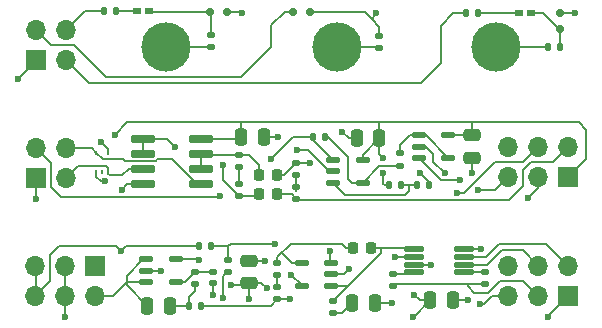
<source format=gbr>
%TF.GenerationSoftware,KiCad,Pcbnew,8.0.5-8.0.5-0~ubuntu22.04.1*%
%TF.CreationDate,2024-10-28T14:20:31+01:00*%
%TF.ProjectId,EMG_amplifier,454d475f-616d-4706-9c69-666965722e6b,rev?*%
%TF.SameCoordinates,Original*%
%TF.FileFunction,Copper,L1,Top*%
%TF.FilePolarity,Positive*%
%FSLAX46Y46*%
G04 Gerber Fmt 4.6, Leading zero omitted, Abs format (unit mm)*
G04 Created by KiCad (PCBNEW 8.0.5-8.0.5-0~ubuntu22.04.1) date 2024-10-28 14:20:31*
%MOMM*%
%LPD*%
G01*
G04 APERTURE LIST*
G04 Aperture macros list*
%AMRoundRect*
0 Rectangle with rounded corners*
0 $1 Rounding radius*
0 $2 $3 $4 $5 $6 $7 $8 $9 X,Y pos of 4 corners*
0 Add a 4 corners polygon primitive as box body*
4,1,4,$2,$3,$4,$5,$6,$7,$8,$9,$2,$3,0*
0 Add four circle primitives for the rounded corners*
1,1,$1+$1,$2,$3*
1,1,$1+$1,$4,$5*
1,1,$1+$1,$6,$7*
1,1,$1+$1,$8,$9*
0 Add four rect primitives between the rounded corners*
20,1,$1+$1,$2,$3,$4,$5,0*
20,1,$1+$1,$4,$5,$6,$7,0*
20,1,$1+$1,$6,$7,$8,$9,0*
20,1,$1+$1,$8,$9,$2,$3,0*%
G04 Aperture macros list end*
%TA.AperFunction,SMDPad,CuDef*%
%ADD10RoundRect,0.147500X-0.457500X-0.147500X0.457500X-0.147500X0.457500X0.147500X-0.457500X0.147500X0*%
%TD*%
%TA.AperFunction,ComponentPad*%
%ADD11R,1.700000X1.700000*%
%TD*%
%TA.AperFunction,ComponentPad*%
%ADD12O,1.700000X1.700000*%
%TD*%
%TA.AperFunction,SMDPad,CuDef*%
%ADD13RoundRect,0.135000X0.185000X-0.135000X0.185000X0.135000X-0.185000X0.135000X-0.185000X-0.135000X0*%
%TD*%
%TA.AperFunction,SMDPad,CuDef*%
%ADD14RoundRect,0.225000X-0.225000X-0.250000X0.225000X-0.250000X0.225000X0.250000X-0.225000X0.250000X0*%
%TD*%
%TA.AperFunction,SMDPad,CuDef*%
%ADD15RoundRect,0.147500X0.457500X0.147500X-0.457500X0.147500X-0.457500X-0.147500X0.457500X-0.147500X0*%
%TD*%
%TA.AperFunction,SMDPad,CuDef*%
%ADD16RoundRect,0.135000X-0.185000X0.135000X-0.185000X-0.135000X0.185000X-0.135000X0.185000X0.135000X0*%
%TD*%
%TA.AperFunction,SMDPad,CuDef*%
%ADD17R,0.204000X0.353200*%
%TD*%
%TA.AperFunction,SMDPad,CuDef*%
%ADD18RoundRect,0.135000X0.135000X0.185000X-0.135000X0.185000X-0.135000X-0.185000X0.135000X-0.185000X0*%
%TD*%
%TA.AperFunction,SMDPad,CuDef*%
%ADD19RoundRect,0.250000X-0.475000X0.250000X-0.475000X-0.250000X0.475000X-0.250000X0.475000X0.250000X0*%
%TD*%
%TA.AperFunction,SMDPad,CuDef*%
%ADD20R,0.711200X0.558800*%
%TD*%
%TA.AperFunction,SMDPad,CuDef*%
%ADD21RoundRect,0.150000X-0.200000X0.150000X-0.200000X-0.150000X0.200000X-0.150000X0.200000X0.150000X0*%
%TD*%
%TA.AperFunction,SMDPad,CuDef*%
%ADD22RoundRect,0.225000X0.225000X0.250000X-0.225000X0.250000X-0.225000X-0.250000X0.225000X-0.250000X0*%
%TD*%
%TA.AperFunction,SMDPad,CuDef*%
%ADD23RoundRect,0.150000X-0.150000X-0.200000X0.150000X-0.200000X0.150000X0.200000X-0.150000X0.200000X0*%
%TD*%
%TA.AperFunction,SMDPad,CuDef*%
%ADD24RoundRect,0.125000X0.687500X0.125000X-0.687500X0.125000X-0.687500X-0.125000X0.687500X-0.125000X0*%
%TD*%
%TA.AperFunction,SMDPad,CuDef*%
%ADD25RoundRect,0.250000X0.250000X0.475000X-0.250000X0.475000X-0.250000X-0.475000X0.250000X-0.475000X0*%
%TD*%
%TA.AperFunction,SMDPad,CuDef*%
%ADD26RoundRect,0.135000X-0.135000X-0.185000X0.135000X-0.185000X0.135000X0.185000X-0.135000X0.185000X0*%
%TD*%
%TA.AperFunction,SMDPad,CuDef*%
%ADD27RoundRect,0.250000X-0.250000X-0.475000X0.250000X-0.475000X0.250000X0.475000X-0.250000X0.475000X0*%
%TD*%
%TA.AperFunction,SMDPad,CuDef*%
%ADD28RoundRect,0.250000X0.475000X-0.250000X0.475000X0.250000X-0.475000X0.250000X-0.475000X-0.250000X0*%
%TD*%
%TA.AperFunction,SMDPad,CuDef*%
%ADD29RoundRect,0.075000X-0.910000X-0.225000X0.910000X-0.225000X0.910000X0.225000X-0.910000X0.225000X0*%
%TD*%
%TA.AperFunction,SMDPad,CuDef*%
%ADD30RoundRect,0.150000X0.150000X0.200000X-0.150000X0.200000X-0.150000X-0.200000X0.150000X-0.200000X0*%
%TD*%
%TA.AperFunction,SMDPad,CuDef*%
%ADD31RoundRect,0.140000X-0.170000X0.140000X-0.170000X-0.140000X0.170000X-0.140000X0.170000X0.140000X0*%
%TD*%
%TA.AperFunction,ViaPad*%
%ADD32C,0.600000*%
%TD*%
%TA.AperFunction,ViaPad*%
%ADD33C,4.170000*%
%TD*%
%TA.AperFunction,Conductor*%
%ADD34C,0.200000*%
%TD*%
G04 APERTURE END LIST*
D10*
%TO.P,U6,1,OUT*%
%TO.N,/Filtering_Board/V_PR*%
X84150200Y-96321800D03*
%TO.P,U6,2,V-*%
%TO.N,GND*%
X84150200Y-97271800D03*
%TO.P,U6,3,IN+*%
%TO.N,Net-(U6-IN+)*%
X84150200Y-98221800D03*
%TO.P,U6,4,IN-*%
%TO.N,Net-(U6-IN-)*%
X86660200Y-98221800D03*
%TO.P,U6,5,V+*%
%TO.N,/Filtering_Board/+V_DD*%
X86660200Y-96321800D03*
%TD*%
%TO.P,U5,1,OUT*%
%TO.N,Net-(U5-IN-)*%
X91404000Y-94223000D03*
%TO.P,U5,2,V-*%
%TO.N,GND*%
X91404000Y-95173000D03*
%TO.P,U5,3,IN+*%
%TO.N,/Filtering_Board/V_CM*%
X91404000Y-96123000D03*
%TO.P,U5,4,IN-*%
%TO.N,Net-(U5-IN-)*%
X93914000Y-96123000D03*
%TO.P,U5,5,V+*%
%TO.N,/Filtering_Board/+V_DD*%
X93914000Y-94223000D03*
%TD*%
D11*
%TO.P,J4,1,Pin_1*%
%TO.N,/Filtering_Board/+V_DD*%
X104058800Y-97748600D03*
D12*
%TO.P,J4,2,Pin_2*%
%TO.N,/Filtering_Board/V_F1*%
X104058800Y-95208600D03*
%TO.P,J4,3,Pin_3*%
%TO.N,/Filtering_Board/V_CM*%
X101518800Y-97748600D03*
%TO.P,J4,4,Pin_4*%
%TO.N,/Filtering_Board/V_F2*%
X101518800Y-95208600D03*
%TO.P,J4,5,Pin_5*%
%TO.N,GND*%
X98978800Y-97748600D03*
%TO.P,J4,6,Pin_6*%
%TO.N,unconnected-(J4-Pin_6-Pad6)*%
X98978800Y-95208600D03*
%TD*%
D13*
%TO.P,R11,1*%
%TO.N,Net-(C4-Pad1)*%
X72517000Y-106785600D03*
%TO.P,R11,2*%
%TO.N,Net-(U1-IN-)*%
X72517000Y-105765600D03*
%TD*%
D11*
%TO.P,J7,1,Pin_1*%
%TO.N,unconnected-(J7-Pin_1-Pad1)*%
X64018200Y-105279000D03*
D12*
%TO.P,J7,2,Pin_2*%
%TO.N,/Processing_Board/V_EMG_OUT*%
X64018200Y-107819000D03*
%TO.P,J7,3,Pin_3*%
%TO.N,GND*%
X61478200Y-105279000D03*
%TO.P,J7,4,Pin_4*%
X61478200Y-107819000D03*
%TO.P,J7,5,Pin_5*%
%TO.N,+1V8*%
X58938200Y-105279000D03*
%TO.P,J7,6,Pin_6*%
X58938200Y-107819000D03*
%TD*%
D13*
%TO.P,R13,1*%
%TO.N,/Processing_Board/V_CM*%
X89255600Y-106959400D03*
%TO.P,R13,2*%
%TO.N,Net-(R13-Pad2)*%
X89255600Y-105939400D03*
%TD*%
D14*
%TO.P,C2,1*%
%TO.N,Net-(U8--INB)*%
X77901800Y-97621000D03*
%TO.P,C2,2*%
%TO.N,/Filtering_Board/V_F2*%
X79451800Y-97621000D03*
%TD*%
D15*
%TO.P,U3,1,OUT*%
%TO.N,Net-(U2-Ref)*%
X84023600Y-106952400D03*
%TO.P,U3,2,V-*%
%TO.N,GND*%
X84023600Y-106002400D03*
%TO.P,U3,3,IN+*%
%TO.N,Net-(U3-IN+)*%
X84023600Y-105052400D03*
%TO.P,U3,4,IN-*%
%TO.N,Net-(U3-IN-)*%
X81513600Y-105052400D03*
%TO.P,U3,5,V+*%
%TO.N,+1V8*%
X81513600Y-106952400D03*
%TD*%
D16*
%TO.P,R20,1*%
%TO.N,Net-(R14-Pad2)*%
X79456200Y-107082400D03*
%TO.P,R20,2*%
%TO.N,/Processing_Board/LPF_400Hz/V_EMG_INA*%
X79456200Y-108102400D03*
%TD*%
D17*
%TO.P,U7,1,VCC*%
%TO.N,/Filtering_Board/+V_DD*%
X64135802Y-97339802D03*
%TO.P,U7,2,NC*%
%TO.N,unconnected-(U7-NC-Pad2)*%
X64635801Y-97339802D03*
%TO.P,U7,3,IO1*%
%TO.N,/Filtering_Board/V_I1*%
X65135800Y-97339802D03*
%TO.P,U7,4,GND*%
%TO.N,GND*%
X65135800Y-95691200D03*
%TO.P,U7,5,IO2*%
%TO.N,/Filtering_Board/V_I2*%
X64135802Y-95691200D03*
%TD*%
D16*
%TO.P,R22,1*%
%TO.N,Net-(U3-IN+)*%
X75260200Y-104749600D03*
%TO.P,R22,2*%
%TO.N,GND*%
X75260200Y-105769600D03*
%TD*%
D18*
%TO.P,R4,1*%
%TO.N,Net-(L2-Pad1)*%
X65790000Y-83693000D03*
%TO.P,R4,2*%
%TO.N,/Electrode_Board/V_I2*%
X64770000Y-83693000D03*
%TD*%
D13*
%TO.P,R9,1*%
%TO.N,Net-(R6-Pad2)*%
X81040700Y-97601500D03*
%TO.P,R9,2*%
%TO.N,/Filtering_Board/V_F2*%
X81040700Y-96581500D03*
%TD*%
D18*
%TO.P,R3,1*%
%TO.N,Net-(L1-Pad2)*%
X96447800Y-83896200D03*
%TO.P,R3,2*%
%TO.N,/Electrode_Board/V_I1*%
X95427800Y-83896200D03*
%TD*%
%TO.P,R16,1*%
%TO.N,Net-(U6-IN-)*%
X83489800Y-94335600D03*
%TO.P,R16,2*%
%TO.N,/Filtering_Board/V_PR*%
X82469800Y-94335600D03*
%TD*%
D19*
%TO.P,C8,1*%
%TO.N,/Filtering_Board/+V_DD*%
X95961200Y-94208600D03*
%TO.P,C8,2*%
%TO.N,GND*%
X95961200Y-96108600D03*
%TD*%
D20*
%TO.P,L1,1,1*%
%TO.N,Net-(D1-K)*%
X100965000Y-83870800D03*
%TO.P,L1,2,2*%
%TO.N,Net-(L1-Pad2)*%
X99923600Y-83870800D03*
%TD*%
D21*
%TO.P,D1,1,K*%
%TO.N,Net-(D1-K)*%
X103403400Y-85242400D03*
%TO.P,D1,2,A*%
%TO.N,GND*%
X103403400Y-83842400D03*
%TD*%
D22*
%TO.P,C5,1*%
%TO.N,Net-(U2-Ref)*%
X87389000Y-103759000D03*
%TO.P,C5,2*%
%TO.N,Net-(U3-IN-)*%
X85839000Y-103759000D03*
%TD*%
D13*
%TO.P,R19,1*%
%TO.N,Net-(C6-Pad1)*%
X84150200Y-109247400D03*
%TO.P,R19,2*%
%TO.N,Net-(U2-Ref)*%
X84150200Y-108227400D03*
%TD*%
D23*
%TO.P,D3,1,K*%
%TO.N,GND*%
X82197400Y-83769200D03*
%TO.P,D3,2,A*%
%TO.N,/Electrode_Board/V_PR*%
X80797400Y-83769200D03*
%TD*%
D24*
%TO.P,U2,1,Rg*%
%TO.N,Net-(R12-Pad2)*%
X95279700Y-105826200D03*
%TO.P,U2,2,-*%
%TO.N,/Processing_Board/V_F2*%
X95279700Y-105176200D03*
%TO.P,U2,3,+*%
%TO.N,/Processing_Board/V_F1*%
X95279700Y-104526200D03*
%TO.P,U2,4,V-*%
%TO.N,GND*%
X95279700Y-103876200D03*
%TO.P,U2,5,Ref*%
%TO.N,Net-(U2-Ref)*%
X91054700Y-103876200D03*
%TO.P,U2,6*%
%TO.N,/Processing_Board/LPF_400Hz/V_EMG_INA*%
X91054700Y-104526200D03*
%TO.P,U2,7,V+*%
%TO.N,+1V8*%
X91054700Y-105176200D03*
%TO.P,U2,8,Rg*%
%TO.N,Net-(R13-Pad2)*%
X91054700Y-105826200D03*
%TD*%
D16*
%TO.P,R15,1*%
%TO.N,Net-(U5-IN-)*%
X89875400Y-95763400D03*
%TO.P,R15,2*%
%TO.N,Net-(U6-IN-)*%
X89875400Y-96783400D03*
%TD*%
D25*
%TO.P,C4,1*%
%TO.N,Net-(C4-Pad1)*%
X70327600Y-108661200D03*
%TO.P,C4,2*%
%TO.N,/Processing_Board/V_EMG_OUT*%
X68427600Y-108661200D03*
%TD*%
D13*
%TO.P,R8,1*%
%TO.N,/Filtering_Board/V_F1*%
X81040700Y-99582700D03*
%TO.P,R8,2*%
%TO.N,Net-(R6-Pad2)*%
X81040700Y-98562700D03*
%TD*%
D26*
%TO.P,R23,1*%
%TO.N,/Filtering_Board/+V_DD*%
X88868600Y-98425000D03*
%TO.P,R23,2*%
%TO.N,Net-(U6-IN+)*%
X89888600Y-98425000D03*
%TD*%
D27*
%TO.P,C10,1*%
%TO.N,+1V8*%
X92384800Y-108204000D03*
%TO.P,C10,2*%
%TO.N,GND*%
X94284800Y-108204000D03*
%TD*%
D28*
%TO.P,C11,1*%
%TO.N,+1V8*%
X77089000Y-106756200D03*
%TO.P,C11,2*%
%TO.N,GND*%
X77089000Y-104856200D03*
%TD*%
D13*
%TO.P,R6,1*%
%TO.N,Net-(U8--INA)*%
X76210200Y-99348800D03*
%TO.P,R6,2*%
%TO.N,Net-(R6-Pad2)*%
X76210200Y-98328800D03*
%TD*%
D26*
%TO.P,R24,1*%
%TO.N,Net-(U6-IN+)*%
X91283600Y-98425000D03*
%TO.P,R24,2*%
%TO.N,GND*%
X92303600Y-98425000D03*
%TD*%
D13*
%TO.P,R2,1*%
%TO.N,input_E2*%
X73812400Y-86766400D03*
%TO.P,R2,2*%
%TO.N,Net-(D2-K)*%
X73812400Y-85746400D03*
%TD*%
D25*
%TO.P,C7,1*%
%TO.N,GND*%
X78292600Y-94344400D03*
%TO.P,C7,2*%
%TO.N,/Filtering_Board/+V_DD*%
X76392600Y-94344400D03*
%TD*%
D29*
%TO.P,U8,1,OUTA*%
%TO.N,Net-(U8--INA)*%
X68069800Y-94548200D03*
%TO.P,U8,2,-INA*%
X68069800Y-95818200D03*
%TO.P,U8,3,+INA*%
%TO.N,/Filtering_Board/V_I1*%
X68069800Y-97088200D03*
%TO.P,U8,4,V-*%
%TO.N,GND*%
X68069800Y-98358200D03*
%TO.P,U8,5,+INB*%
%TO.N,/Filtering_Board/V_I2*%
X73009800Y-98358200D03*
%TO.P,U8,6,-INB*%
%TO.N,Net-(U8--INB)*%
X73009800Y-97088200D03*
%TO.P,U8,7,OUTB*%
X73009800Y-95818200D03*
%TO.P,U8,8,V+*%
%TO.N,/Filtering_Board/+V_DD*%
X73009800Y-94548200D03*
%TD*%
D13*
%TO.P,R5,1*%
%TO.N,input_ER*%
X88087200Y-86817200D03*
%TO.P,R5,2*%
%TO.N,GND*%
X88087200Y-85797200D03*
%TD*%
D30*
%TO.P,D2,1,K*%
%TO.N,Net-(D2-K)*%
X73784000Y-83769200D03*
%TO.P,D2,2,A*%
%TO.N,GND*%
X75184000Y-83769200D03*
%TD*%
D20*
%TO.P,L2,1,1*%
%TO.N,Net-(L2-Pad1)*%
X67538600Y-83693000D03*
%TO.P,L2,2,2*%
%TO.N,Net-(D2-K)*%
X68580000Y-83693000D03*
%TD*%
D10*
%TO.P,U1,1,OUT*%
%TO.N,/Processing_Board/V_EMG_OUT*%
X68351400Y-104729200D03*
%TO.P,U1,2,V-*%
%TO.N,GND*%
X68351400Y-105679200D03*
%TO.P,U1,3,IN+*%
%TO.N,/Processing_Board/V_EMG_OUT*%
X68351400Y-106629200D03*
%TO.P,U1,4,IN-*%
%TO.N,Net-(U1-IN-)*%
X70861400Y-106629200D03*
%TO.P,U1,5,V+*%
%TO.N,+1V8*%
X70861400Y-104729200D03*
%TD*%
D25*
%TO.P,C12,1*%
%TO.N,/Filtering_Board/+V_DD*%
X88097400Y-94488000D03*
%TO.P,C12,2*%
%TO.N,GND*%
X86197400Y-94488000D03*
%TD*%
D31*
%TO.P,C3,1*%
%TO.N,Net-(U1-IN-)*%
X73964800Y-105796200D03*
%TO.P,C3,2*%
%TO.N,GND*%
X73964800Y-106756200D03*
%TD*%
D27*
%TO.P,C6,1*%
%TO.N,Net-(C6-Pad1)*%
X85775800Y-108432600D03*
%TO.P,C6,2*%
%TO.N,GND*%
X87675800Y-108432600D03*
%TD*%
D13*
%TO.P,R12,1*%
%TO.N,/Processing_Board/V_CM*%
X97002600Y-106836400D03*
%TO.P,R12,2*%
%TO.N,Net-(R12-Pad2)*%
X97002600Y-105816400D03*
%TD*%
D26*
%TO.P,R21,1*%
%TO.N,+1V8*%
X72821800Y-103632000D03*
%TO.P,R21,2*%
%TO.N,Net-(U3-IN+)*%
X73841800Y-103632000D03*
%TD*%
D11*
%TO.P,J1,1,Pin_1*%
%TO.N,GND*%
X59029600Y-87833200D03*
D12*
%TO.P,J1,2,Pin_2*%
%TO.N,/Electrode_Board/V_I1*%
X61569600Y-87833200D03*
%TO.P,J1,3,Pin_3*%
%TO.N,/Electrode_Board/V_PR*%
X59029600Y-85293200D03*
%TO.P,J1,4,Pin_4*%
%TO.N,/Electrode_Board/V_I2*%
X61569600Y-85293200D03*
%TD*%
D18*
%TO.P,R10,1*%
%TO.N,/Processing_Board/LPF_400Hz/V_EMG_INA*%
X72948800Y-108661200D03*
%TO.P,R10,2*%
%TO.N,Net-(C4-Pad1)*%
X71928800Y-108661200D03*
%TD*%
D13*
%TO.P,R7,1*%
%TO.N,Net-(R6-Pad2)*%
X76210200Y-96914400D03*
%TO.P,R7,2*%
%TO.N,Net-(U8--INB)*%
X76210200Y-95894400D03*
%TD*%
D16*
%TO.P,R14,1*%
%TO.N,Net-(U3-IN-)*%
X79456200Y-105027000D03*
%TO.P,R14,2*%
%TO.N,Net-(R14-Pad2)*%
X79456200Y-106047000D03*
%TD*%
D26*
%TO.P,R1,1*%
%TO.N,input_E1*%
X102362000Y-86766400D03*
%TO.P,R1,2*%
%TO.N,Net-(D1-K)*%
X103382000Y-86766400D03*
%TD*%
D14*
%TO.P,C1,1*%
%TO.N,Net-(U8--INA)*%
X77901800Y-99212400D03*
%TO.P,C1,2*%
%TO.N,/Filtering_Board/V_F1*%
X79451800Y-99212400D03*
%TD*%
D11*
%TO.P,J3,1,Pin_1*%
%TO.N,+1V8*%
X104079600Y-107793600D03*
D12*
%TO.P,J3,2,Pin_2*%
%TO.N,/Processing_Board/V_F1*%
X104079600Y-105253600D03*
%TO.P,J3,3,Pin_3*%
%TO.N,/Processing_Board/V_CM*%
X101539600Y-107793600D03*
%TO.P,J3,4,Pin_4*%
%TO.N,/Processing_Board/V_F2*%
X101539600Y-105253600D03*
%TO.P,J3,5,Pin_5*%
%TO.N,GND*%
X98999600Y-107793600D03*
%TO.P,J3,6,Pin_6*%
%TO.N,unconnected-(J3-Pin_6-Pad6)*%
X98999600Y-105253600D03*
%TD*%
D11*
%TO.P,J2,1,Pin_1*%
%TO.N,GND*%
X59044400Y-97824800D03*
D12*
%TO.P,J2,2,Pin_2*%
%TO.N,/Filtering_Board/V_I1*%
X61584400Y-97824800D03*
%TO.P,J2,3,Pin_3*%
%TO.N,/Filtering_Board/V_PR*%
X59044400Y-95284800D03*
%TO.P,J2,4,Pin_4*%
%TO.N,/Filtering_Board/V_I2*%
X61584400Y-95284800D03*
%TD*%
D32*
%TO.N,GND*%
X96621600Y-108483400D03*
X95580200Y-108204000D03*
X93624400Y-97434400D03*
X74853800Y-108000800D03*
X73964800Y-107721400D03*
X64526200Y-94751400D03*
X91541600Y-97383600D03*
X69606400Y-105679200D03*
X57480200Y-89484200D03*
X76438300Y-83829700D03*
X96403200Y-98815400D03*
X95961200Y-97409000D03*
X104648000Y-83845400D03*
X79516800Y-94344400D03*
X78435200Y-104825800D03*
X61468000Y-109575600D03*
X96697800Y-103886000D03*
X89154000Y-108432600D03*
X81102200Y-95504000D03*
X59055000Y-99618800D03*
X87833200Y-83896200D03*
X85526800Y-105560400D03*
X84963000Y-93903800D03*
X66278800Y-98815400D03*
D33*
%TO.N,input_E1*%
X98000000Y-86766400D03*
%TO.N,input_E2*%
X70000000Y-86766400D03*
D32*
%TO.N,/Filtering_Board/V_F2*%
X82245200Y-96596200D03*
X94659400Y-99104400D03*
%TO.N,/Filtering_Board/V_PR*%
X78932600Y-96198600D03*
X74610000Y-99399600D03*
D33*
%TO.N,input_ER*%
X84531200Y-86766400D03*
D32*
%TO.N,/Processing_Board/LPF_400Hz/V_EMG_INA*%
X89408000Y-104521000D03*
X80492600Y-108102400D03*
%TO.N,Net-(U3-IN+)*%
X83882771Y-104009901D03*
X79273400Y-103424800D03*
%TO.N,+1V8*%
X72857400Y-104771000D03*
X75514200Y-106934000D03*
X78536800Y-107188000D03*
X92430600Y-105232200D03*
X102341600Y-109573600D03*
X66228000Y-104034400D03*
X90932000Y-109573600D03*
X91033600Y-107746800D03*
X77089000Y-108061200D03*
X80619600Y-106045000D03*
%TO.N,Net-(U8--INA)*%
X70764400Y-95199200D03*
X74879200Y-96748600D03*
%TO.N,/Filtering_Board/V_CM*%
X100711000Y-99501200D03*
X94945200Y-98044000D03*
%TO.N,/Filtering_Board/+V_DD*%
X64856400Y-98129600D03*
X88432965Y-97450200D03*
X65694600Y-94167200D03*
X88417400Y-96139000D03*
%TD*%
D34*
%TO.N,GND*%
X95279700Y-103876200D02*
X96688000Y-103876200D01*
X96688000Y-103876200D02*
X96697800Y-103886000D01*
%TO.N,/Processing_Board/V_F1*%
X104079600Y-105253600D02*
X102229400Y-103403400D01*
X102229400Y-103403400D02*
X98247200Y-103403400D01*
X98247200Y-103403400D02*
X97124400Y-104526200D01*
X97124400Y-104526200D02*
X95279700Y-104526200D01*
%TO.N,/Processing_Board/V_F2*%
X101539600Y-105253600D02*
X100248200Y-103962200D01*
X97236400Y-105176200D02*
X95279700Y-105176200D01*
X100248200Y-103962200D02*
X98450400Y-103962200D01*
X98450400Y-103962200D02*
X97236400Y-105176200D01*
%TO.N,Net-(R12-Pad2)*%
X95279700Y-105826200D02*
X96992800Y-105826200D01*
X96992800Y-105826200D02*
X97002600Y-105816400D01*
%TO.N,Net-(R13-Pad2)*%
X89255600Y-105939400D02*
X90941500Y-105939400D01*
X90941500Y-105939400D02*
X91054700Y-105826200D01*
%TO.N,+1V8*%
X92430600Y-105232200D02*
X91110700Y-105232200D01*
X91110700Y-105232200D02*
X91054700Y-105176200D01*
%TO.N,/Processing_Board/LPF_400Hz/V_EMG_INA*%
X89408000Y-104521000D02*
X91049500Y-104521000D01*
X91049500Y-104521000D02*
X91054700Y-104526200D01*
%TO.N,Net-(U2-Ref)*%
X91054700Y-103876200D02*
X90937500Y-103759000D01*
X90937500Y-103759000D02*
X87389000Y-103759000D01*
%TO.N,GND*%
X98999600Y-107793600D02*
X97641600Y-107793600D01*
X97641600Y-107793600D02*
X96951800Y-108483400D01*
X96951800Y-108483400D02*
X96621600Y-108483400D01*
%TO.N,/Processing_Board/V_CM*%
X95554800Y-106836400D02*
X95554800Y-106959400D01*
X95554800Y-106959400D02*
X96139000Y-107543600D01*
X96139000Y-107543600D02*
X97307400Y-107543600D01*
X97307400Y-107543600D02*
X98323400Y-106527600D01*
X98323400Y-106527600D02*
X100273600Y-106527600D01*
X100273600Y-106527600D02*
X101539600Y-107793600D01*
%TO.N,GND*%
X95580200Y-108204000D02*
X94208600Y-108204000D01*
X94208600Y-108204000D02*
X94183200Y-108229400D01*
%TO.N,Net-(U6-IN-)*%
X83489800Y-94335600D02*
X83718400Y-94335600D01*
X83718400Y-94335600D02*
X85420200Y-96037400D01*
X85420200Y-96037400D02*
X85420200Y-97891600D01*
X85420200Y-97891600D02*
X85750400Y-98221800D01*
X85750400Y-98221800D02*
X86660200Y-98221800D01*
%TO.N,/Filtering_Board/V_PR*%
X82469800Y-94335600D02*
X80795600Y-94335600D01*
X80795600Y-94335600D02*
X78932600Y-96198600D01*
X84150200Y-96321800D02*
X82469800Y-94641400D01*
X82469800Y-94641400D02*
X82469800Y-94335600D01*
%TO.N,GND*%
X84963000Y-93903800D02*
X85547200Y-94488000D01*
X85547200Y-94488000D02*
X86197400Y-94488000D01*
X81102200Y-95504000D02*
X82042000Y-95504000D01*
X82042000Y-95504000D02*
X83809800Y-97271800D01*
X83809800Y-97271800D02*
X84150200Y-97271800D01*
X93624400Y-97434400D02*
X92659200Y-96469200D01*
X92008999Y-95173000D02*
X91404000Y-95173000D01*
X92659200Y-96469200D02*
X92659200Y-95823201D01*
X92659200Y-95823201D02*
X92008999Y-95173000D01*
%TO.N,/Filtering_Board/V_F2*%
X94659400Y-99104400D02*
X95265671Y-99104400D01*
X95265671Y-99104400D02*
X97875471Y-96494600D01*
X97875471Y-96494600D02*
X100232800Y-96494600D01*
X100232800Y-96494600D02*
X101518800Y-95208600D01*
%TO.N,/Filtering_Board/V_F1*%
X81040700Y-99582700D02*
X81162400Y-99704400D01*
X81162400Y-99704400D02*
X99025200Y-99704400D01*
X100253800Y-98475800D02*
X100253800Y-97161900D01*
X99025200Y-99704400D02*
X100253800Y-98475800D01*
X102789400Y-96478000D02*
X104058800Y-95208600D01*
X100253800Y-97161900D02*
X100937700Y-96478000D01*
X100937700Y-96478000D02*
X102789400Y-96478000D01*
%TO.N,/Filtering_Board/V_I2*%
X64135802Y-95691200D02*
X64685202Y-96240600D01*
X66344800Y-96240600D02*
X66522400Y-96418200D01*
X64685202Y-96240600D02*
X66344800Y-96240600D01*
X72612390Y-98358200D02*
X73009800Y-98358200D01*
X66522400Y-96418200D02*
X69137210Y-96418200D01*
X69137210Y-96418200D02*
X69289410Y-96266000D01*
X69289410Y-96266000D02*
X70520190Y-96266000D01*
X70520190Y-96266000D02*
X72612390Y-98358200D01*
%TO.N,/Filtering_Board/V_I1*%
X62661800Y-96824800D02*
X62584400Y-96824800D01*
X62584400Y-96824800D02*
X61584400Y-97824800D01*
X65135800Y-97339802D02*
X65135800Y-97012000D01*
X65135800Y-97012000D02*
X64948600Y-96824800D01*
X64948600Y-96824800D02*
X62661800Y-96824800D01*
%TO.N,/Electrode_Board/V_PR*%
X59029600Y-85293200D02*
X60325000Y-86588600D01*
X60325000Y-86588600D02*
X62230000Y-86588600D01*
X64922400Y-89281000D02*
X76377800Y-89281000D01*
X62230000Y-86588600D02*
X64922400Y-89281000D01*
X80086200Y-83769200D02*
X80797400Y-83769200D01*
X76377800Y-89281000D02*
X78943200Y-86715600D01*
X78943200Y-86715600D02*
X78943200Y-84912200D01*
X78943200Y-84912200D02*
X80086200Y-83769200D01*
%TO.N,/Electrode_Board/V_I1*%
X61569600Y-87833200D02*
X63525400Y-89789000D01*
X93319600Y-84937600D02*
X94361000Y-83896200D01*
X63525400Y-89789000D02*
X91592400Y-89789000D01*
X91592400Y-89789000D02*
X93319600Y-88061800D01*
X93319600Y-88061800D02*
X93319600Y-84937600D01*
X94361000Y-83896200D02*
X95427800Y-83896200D01*
%TO.N,GND*%
X59055000Y-99618800D02*
X59044400Y-99608200D01*
X59044400Y-99608200D02*
X59044400Y-97824800D01*
%TO.N,+1V8*%
X102341600Y-109573600D02*
X102341600Y-109531600D01*
X102341600Y-109531600D02*
X104079600Y-107793600D01*
%TO.N,/Processing_Board/V_EMG_OUT*%
X64018200Y-107819000D02*
X65495400Y-107819000D01*
X65495400Y-107819000D02*
X66685200Y-106629200D01*
%TO.N,/Filtering_Board/+V_DD*%
X104058800Y-97748600D02*
X105602600Y-96204800D01*
X105602600Y-96204800D02*
X105602600Y-93755800D01*
X105602600Y-93755800D02*
X104963000Y-93116200D01*
X104963000Y-93116200D02*
X95920600Y-93116200D01*
%TO.N,/Filtering_Board/V_CM*%
X100711000Y-99501200D02*
X101518800Y-98693400D01*
X101518800Y-98693400D02*
X101518800Y-97748600D01*
%TO.N,input_E1*%
X98000000Y-86766400D02*
X102362000Y-86766400D01*
%TO.N,input_E2*%
X70000000Y-86766400D02*
X73812400Y-86766400D01*
%TO.N,input_ER*%
X84531200Y-86766400D02*
X88036400Y-86766400D01*
X88036400Y-86766400D02*
X88087200Y-86817200D01*
%TO.N,/Electrode_Board/V_I2*%
X64770000Y-83693000D02*
X63169800Y-83693000D01*
X63169800Y-83693000D02*
X61569600Y-85293200D01*
%TO.N,GND*%
X59029600Y-87833200D02*
X59029600Y-87934800D01*
X59029600Y-87934800D02*
X57480200Y-89484200D01*
%TO.N,/Filtering_Board/V_I2*%
X64135802Y-95691200D02*
X63729402Y-95284800D01*
X63729402Y-95284800D02*
X61584400Y-95284800D01*
%TO.N,/Filtering_Board/V_PR*%
X74610000Y-99399600D02*
X74594200Y-99415400D01*
X74594200Y-99415400D02*
X61169000Y-99415400D01*
X60314400Y-96554800D02*
X59044400Y-95284800D01*
X61169000Y-99415400D02*
X60314400Y-98560800D01*
X60314400Y-98560800D02*
X60314400Y-96554800D01*
%TO.N,+1V8*%
X66228000Y-104034400D02*
X66630400Y-103632000D01*
X66630400Y-103632000D02*
X72821800Y-103632000D01*
X70861400Y-104729200D02*
X72815600Y-104729200D01*
X72815600Y-104729200D02*
X72857400Y-104771000D01*
%TO.N,Net-(U1-IN-)*%
X70861400Y-106629200D02*
X71653400Y-106629200D01*
X71653400Y-106629200D02*
X72517000Y-105765600D01*
%TO.N,/Processing_Board/V_EMG_OUT*%
X66685200Y-106629200D02*
X68351400Y-106629200D01*
X66685200Y-106103452D02*
X66685200Y-106629200D01*
X66685200Y-106629200D02*
X66685200Y-106918800D01*
%TO.N,GND*%
X68351400Y-105679200D02*
X69576000Y-105679200D01*
X69576000Y-105679200D02*
X69591200Y-105664000D01*
%TO.N,/Processing_Board/V_EMG_OUT*%
X68351400Y-104729200D02*
X68059452Y-104729200D01*
X66685200Y-106918800D02*
X68427600Y-108661200D01*
X68059452Y-104729200D02*
X66685200Y-106103452D01*
%TO.N,GND*%
X74853800Y-108000800D02*
X74853800Y-106176000D01*
X74853800Y-106176000D02*
X75260200Y-105769600D01*
X73964800Y-106756200D02*
X73964800Y-107721400D01*
%TO.N,Net-(U3-IN-)*%
X81513600Y-105052400D02*
X80693800Y-105052400D01*
X80693800Y-105052400D02*
X79806800Y-104165400D01*
X79456200Y-105027000D02*
X79456200Y-104516000D01*
X79456200Y-104516000D02*
X80568800Y-103403400D01*
X80568800Y-103403400D02*
X84912200Y-103403400D01*
X84912200Y-103403400D02*
X85267800Y-103759000D01*
X85267800Y-103759000D02*
X85839000Y-103759000D01*
%TO.N,Net-(C6-Pad1)*%
X84150200Y-109247400D02*
X84961000Y-109247400D01*
X84961000Y-109247400D02*
X85775800Y-108432600D01*
%TO.N,Net-(U2-Ref)*%
X85441700Y-106952400D02*
X85425200Y-106952400D01*
X85425200Y-106952400D02*
X84150200Y-108227400D01*
X88239600Y-103759000D02*
X88239600Y-104154500D01*
X88239600Y-104154500D02*
X85441700Y-106952400D01*
X85441700Y-106952400D02*
X85075200Y-106952400D01*
%TO.N,+1V8*%
X90932000Y-109573600D02*
X91015200Y-109573600D01*
X91015200Y-109573600D02*
X92384800Y-108204000D01*
X92384800Y-108204000D02*
X91490800Y-108204000D01*
X91490800Y-108204000D02*
X91033600Y-107746800D01*
X75514200Y-106934000D02*
X76911200Y-106934000D01*
X76911200Y-106934000D02*
X77089000Y-106756200D01*
X77089000Y-106756200D02*
X77073800Y-106741000D01*
X77073800Y-106741000D02*
X77038200Y-106741000D01*
X77089000Y-108061200D02*
X77089000Y-106791800D01*
X77089000Y-106791800D02*
X77038200Y-106741000D01*
X78536800Y-107188000D02*
X78105000Y-106756200D01*
X77053400Y-106756200D02*
X77038200Y-106741000D01*
X78105000Y-106756200D02*
X77053400Y-106756200D01*
%TO.N,GND*%
X78435200Y-104825800D02*
X78404800Y-104856200D01*
X78404800Y-104856200D02*
X77053400Y-104856200D01*
X77053400Y-104856200D02*
X77038200Y-104841000D01*
%TO.N,Net-(U3-IN+)*%
X79273400Y-103424800D02*
X75492800Y-103424800D01*
X75492800Y-103424800D02*
X75285600Y-103632000D01*
%TO.N,GND*%
X64526200Y-94751400D02*
X65135800Y-95361000D01*
X76377800Y-83769200D02*
X76438300Y-83829700D01*
X87426800Y-84353400D02*
X88087200Y-85013800D01*
X85084800Y-106002400D02*
X85526800Y-105560400D01*
X66736000Y-98358200D02*
X68069800Y-98358200D01*
X88087200Y-85013800D02*
X88087200Y-85797200D01*
X61478200Y-109565400D02*
X61478200Y-107819000D01*
X97912000Y-98815400D02*
X98978800Y-97748600D01*
X104645000Y-83842400D02*
X104648000Y-83845400D01*
X87833200Y-83947000D02*
X87426800Y-84353400D01*
X96403200Y-98815400D02*
X97912000Y-98815400D01*
X78292600Y-94344400D02*
X79516800Y-94344400D01*
X84023600Y-106002400D02*
X85084800Y-106002400D01*
X61534600Y-105329800D02*
X61478200Y-105386200D01*
X65135800Y-95361000D02*
X65135800Y-95691200D01*
X61468000Y-109575600D02*
X61478200Y-109565400D01*
X61478200Y-105386200D02*
X61478200Y-107819000D01*
X87833200Y-83896200D02*
X87833200Y-83947000D01*
X95961200Y-96108600D02*
X95961200Y-97409000D01*
X92303600Y-98425000D02*
X92303600Y-98145600D01*
X75184000Y-83769200D02*
X76377800Y-83769200D01*
X66278800Y-98815400D02*
X66736000Y-98358200D01*
X92303600Y-98145600D02*
X91541600Y-97383600D01*
X86842600Y-83769200D02*
X82197400Y-83769200D01*
X103403400Y-83842400D02*
X104645000Y-83842400D01*
X87675800Y-108432600D02*
X89154000Y-108432600D01*
X76428600Y-83845400D02*
X76438300Y-83835700D01*
X76438300Y-83835700D02*
X76438300Y-83829700D01*
X87426800Y-84353400D02*
X86842600Y-83769200D01*
%TO.N,Net-(U1-IN-)*%
X73964800Y-105796200D02*
X72547600Y-105796200D01*
X72547600Y-105796200D02*
X72517000Y-105765600D01*
%TO.N,Net-(U2-Ref)*%
X84023600Y-106952400D02*
X85075200Y-106952400D01*
%TO.N,Net-(C4-Pad1)*%
X70327600Y-108661200D02*
X71928800Y-108661200D01*
X71928800Y-108661200D02*
X71928800Y-107954000D01*
X71928800Y-107954000D02*
X72517000Y-107365800D01*
X72517000Y-106785600D02*
X72517000Y-107365800D01*
%TO.N,Net-(D1-K)*%
X103403400Y-85242400D02*
X103301800Y-85242400D01*
X103382000Y-86766400D02*
X103382000Y-85263800D01*
X103301800Y-85242400D02*
X101930200Y-83870800D01*
X103382000Y-85263800D02*
X103403400Y-85242400D01*
X101930200Y-83870800D02*
X100965000Y-83870800D01*
%TO.N,Net-(D2-K)*%
X73812400Y-83873800D02*
X73784000Y-83845400D01*
X73812400Y-85746400D02*
X73812400Y-83797600D01*
X68656200Y-83769200D02*
X68580000Y-83693000D01*
X73784000Y-83769200D02*
X68656200Y-83769200D01*
X73812400Y-83797600D02*
X73784000Y-83769200D01*
%TO.N,Net-(L1-Pad2)*%
X96447800Y-83896200D02*
X99898200Y-83896200D01*
X99898200Y-83896200D02*
X99923600Y-83870800D01*
%TO.N,Net-(L2-Pad1)*%
X65790000Y-83693000D02*
X67538600Y-83693000D01*
%TO.N,input_E2*%
X70012700Y-86779100D02*
X70000000Y-86766400D01*
X69418200Y-86690200D02*
X69443600Y-86715600D01*
%TO.N,Net-(R6-Pad2)*%
X81040700Y-97601500D02*
X81040700Y-98892900D01*
X76210200Y-96939800D02*
X76210200Y-98328800D01*
X81040700Y-98892900D02*
X81015300Y-98918300D01*
%TO.N,Net-(R14-Pad2)*%
X79456200Y-106047000D02*
X79456200Y-107082400D01*
%TO.N,Net-(U5-IN-)*%
X91404000Y-94223000D02*
X92014000Y-94223000D01*
X89875400Y-95763400D02*
X89875400Y-95056200D01*
X90708600Y-94223000D02*
X91404000Y-94223000D01*
X89875400Y-95056200D02*
X90708600Y-94223000D01*
X92014000Y-94223000D02*
X93914000Y-96123000D01*
%TO.N,Net-(U6-IN-)*%
X86660200Y-98221800D02*
X88031800Y-96850200D01*
X88031800Y-96850200D02*
X89808600Y-96850200D01*
X89808600Y-96850200D02*
X89875400Y-96783400D01*
%TO.N,/Filtering_Board/V_F1*%
X79451800Y-99212400D02*
X80670400Y-99212400D01*
X80670400Y-99212400D02*
X81040700Y-99582700D01*
X81040700Y-99582700D02*
X81214500Y-99756500D01*
X79460800Y-99348800D02*
X79562400Y-99247200D01*
%TO.N,/Filtering_Board/V_F2*%
X82245200Y-96596200D02*
X81055400Y-96596200D01*
X80001200Y-97621000D02*
X81040700Y-96581500D01*
X79465800Y-97635000D02*
X79451800Y-97621000D01*
X81040700Y-96581500D02*
X81269300Y-96581500D01*
X79481800Y-97635000D02*
X79465800Y-97635000D01*
X79451800Y-97621000D02*
X80001200Y-97621000D01*
X101518800Y-95208600D02*
X101407000Y-95208600D01*
X81055400Y-96596200D02*
X81040700Y-96581500D01*
%TO.N,/Filtering_Board/V_I1*%
X66850600Y-97088200D02*
X68069800Y-97088200D01*
X61584400Y-97824800D02*
X61452800Y-97824800D01*
X65288200Y-97621600D02*
X66317200Y-97621600D01*
X66317200Y-97621600D02*
X66850600Y-97088200D01*
X67841200Y-97316800D02*
X68069800Y-97088200D01*
X65135800Y-97469200D02*
X65288200Y-97621600D01*
X65135800Y-97339802D02*
X65135800Y-97469200D01*
%TO.N,/Filtering_Board/V_I2*%
X64135802Y-95691200D02*
X64170600Y-95691200D01*
%TO.N,/Processing_Board/LPF_400Hz/V_EMG_INA*%
X80492600Y-108102400D02*
X79456200Y-108102400D01*
X78897400Y-108661200D02*
X79456200Y-108102400D01*
X72948800Y-108661200D02*
X78897400Y-108661200D01*
%TO.N,/Processing_Board/V_CM*%
X97002600Y-106836400D02*
X95554800Y-106836400D01*
X95554800Y-106836400D02*
X89378600Y-106836400D01*
X89378600Y-106836400D02*
X89255600Y-106959400D01*
%TO.N,Net-(U3-IN+)*%
X75260200Y-103657400D02*
X75285600Y-103632000D01*
X73841800Y-103632000D02*
X75285600Y-103632000D01*
X75260200Y-104749600D02*
X75260200Y-103657400D01*
X83882771Y-104911571D02*
X84023600Y-105052400D01*
X83882771Y-104009901D02*
X83882771Y-104911571D01*
%TO.N,Net-(U6-IN+)*%
X90576400Y-98958400D02*
X90271600Y-99263200D01*
X85191600Y-99263200D02*
X84150200Y-98221800D01*
X89888600Y-98425000D02*
X90576400Y-98425000D01*
X90576400Y-98425000D02*
X91283600Y-98425000D01*
X90271600Y-99263200D02*
X85191600Y-99263200D01*
X90576400Y-98425000D02*
X90576400Y-98958400D01*
%TO.N,+1V8*%
X81513600Y-106939000D02*
X81513600Y-106952400D01*
X80619600Y-106045000D02*
X81513600Y-106939000D01*
%TO.N,Net-(U8--INA)*%
X74879200Y-98017800D02*
X74879200Y-96748600D01*
X70072390Y-94548200D02*
X70113400Y-94548200D01*
X68069800Y-94548200D02*
X68069800Y-95818200D01*
X76210200Y-99348800D02*
X77765400Y-99348800D01*
X76210200Y-99348800D02*
X74879200Y-98017800D01*
X70072390Y-94548200D02*
X68069800Y-94548200D01*
X70113400Y-94548200D02*
X70764400Y-95199200D01*
X77765400Y-99348800D02*
X77901800Y-99212400D01*
%TO.N,Net-(U8--INB)*%
X77079000Y-95894400D02*
X77901800Y-96717200D01*
X76134000Y-95843600D02*
X76210200Y-95919800D01*
X77901800Y-96717200D02*
X77901800Y-97621000D01*
X73009800Y-95818200D02*
X73009800Y-97088200D01*
X77079000Y-95894400D02*
X76210200Y-95894400D01*
X76210200Y-95894400D02*
X73086000Y-95894400D01*
X73086000Y-95894400D02*
X73009800Y-95818200D01*
%TO.N,/Filtering_Board/V_CM*%
X93325000Y-98044000D02*
X91404000Y-96123000D01*
X94945200Y-98044000D02*
X93325000Y-98044000D01*
%TO.N,/Filtering_Board/+V_DD*%
X88759165Y-98315565D02*
X88868600Y-98425000D01*
X95961200Y-94208600D02*
X93928400Y-94208600D01*
X88432965Y-97450200D02*
X88432965Y-98315565D01*
X95020800Y-93116200D02*
X89945800Y-93116200D01*
X64526200Y-98129600D02*
X64135802Y-97739202D01*
X95920600Y-93116200D02*
X95961200Y-93156800D01*
X88542400Y-98425000D02*
X88868600Y-98425000D01*
X95920600Y-93116200D02*
X95020800Y-93116200D01*
X88087200Y-93116200D02*
X87310000Y-93116200D01*
X88097400Y-94488000D02*
X86660200Y-95925200D01*
X88315800Y-96037400D02*
X88097400Y-95819000D01*
X88087200Y-93116200D02*
X88097400Y-93126400D01*
X88097400Y-95819000D02*
X88097400Y-94488000D01*
X89945800Y-93116200D02*
X88087200Y-93116200D01*
X64856400Y-98129600D02*
X64526200Y-98129600D01*
X89945800Y-93116200D02*
X79766200Y-93116200D01*
X65694600Y-94167200D02*
X66745600Y-93116200D01*
X76188800Y-94548200D02*
X73009800Y-94548200D01*
X95961200Y-93156800D02*
X95961200Y-94208600D01*
X88097400Y-93126400D02*
X88097400Y-94488000D01*
X76392600Y-94344400D02*
X76188800Y-94548200D01*
X93928400Y-94208600D02*
X93914000Y-94223000D01*
X76392600Y-93116200D02*
X79766200Y-93116200D01*
X86660200Y-95925200D02*
X86660200Y-96321800D01*
X66745600Y-93116200D02*
X76392600Y-93116200D01*
X88315800Y-96037400D02*
X88417400Y-96139000D01*
X95020800Y-93116200D02*
X93914000Y-93116200D01*
X88432965Y-98315565D02*
X88542400Y-98425000D01*
X76392600Y-94344400D02*
X76392600Y-93116200D01*
X64135802Y-97739202D02*
X64135802Y-97339802D01*
%TO.N,+1V8*%
X66228000Y-104034400D02*
X65800200Y-103606600D01*
X60208200Y-106549000D02*
X58994600Y-107762600D01*
X65800200Y-103606600D02*
X60966200Y-103606600D01*
X60966200Y-103606600D02*
X60208200Y-104364600D01*
X60208200Y-104364600D02*
X60208200Y-106549000D01*
X58994600Y-107762600D02*
X58994600Y-105329800D01*
%TD*%
M02*

</source>
